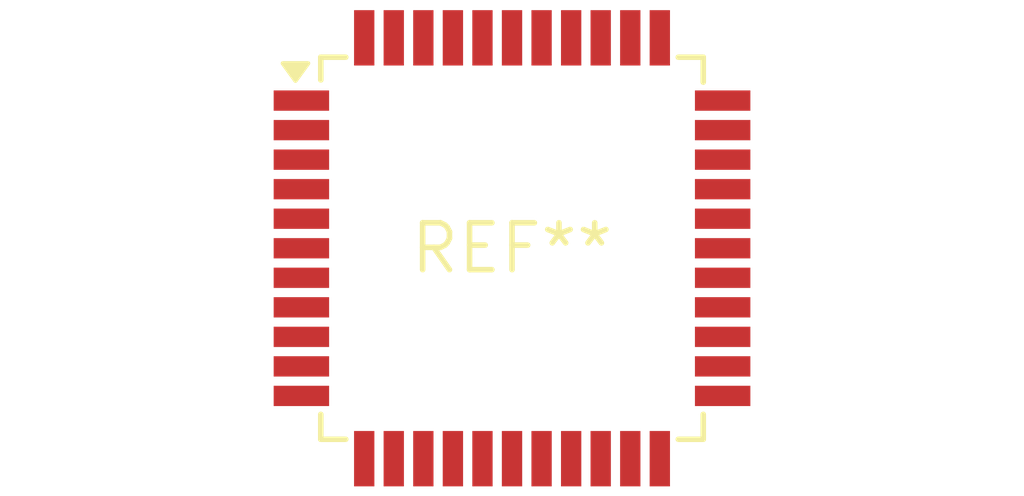
<source format=kicad_pcb>
(kicad_pcb (version 20240108) (generator pcbnew)
  (layers (0 "F.Cu" signal) (31 "B.Cu" signal) (34 "B.Paste" user) (35 "F.Paste" user) (36 "B.SilkS" user "B.Silkscreen") (37 "F.SilkS" user "F.Silkscreen") (38 "B.Mask" user) (39 "F.Mask" user) (44 "Edge.Cuts" user))
  (net 0 "")
  (footprint "TQFP-44_10x10mm_P0.8mm" (layer "F.Cu") (at 0 0)
    (property "Reference" "REF**")
    (property "Value" "TQFP-44_10x10mm_P0.8mm")
    (fp_line (start -5.175 -5.175) (end -5.175 -4.56) (layer "F.SilkS") (stroke (width 0.15)))
    (fp_line (start -5.175 -5.175) (end -4.5 -5.175) (layer "F.SilkS") (stroke (width 0.15)))
    (fp_line (start -5.175 5.175) (end -5.175 4.5) (layer "F.SilkS") (stroke (width 0.15)))
    (fp_line (start -5.175 5.175) (end -4.5 5.175) (layer "F.SilkS") (stroke (width 0.15)))
    (fp_line (start 5.175 -5.175) (end 4.5 -5.175) (layer "F.SilkS") (stroke (width 0.15)))
    (fp_line (start 5.175 -5.175) (end 5.175 -4.5) (layer "F.SilkS") (stroke (width 0.15)))
    (fp_line (start 5.175 5.175) (end 4.5 5.175) (layer "F.SilkS") (stroke (width 0.15)))
    (fp_line (start 5.175 5.175) (end 5.175 4.5) (layer "F.SilkS") (stroke (width 0.15)))
    (fp_poly (pts (xy -5.86 -4.54) (xy -6.2 -5.01) (xy -5.52 -5.01) (xy -5.86 -4.54)) (layer "F.SilkS") (stroke (width 0.12)) (fill solid))
    (pad "1" smd rect (at -5.7 -4) (size 1.5 0.55) (layers "F.Cu" "F.Paste" "F.Mask"))
    (pad "2" smd rect (at -5.7 -3.2) (size 1.5 0.55) (layers "F.Cu" "F.Paste" "F.Mask"))
    (pad "3" smd rect (at -5.7 -2.4) (size 1.5 0.55) (layers "F.Cu" "F.Paste" "F.Mask"))
    (pad "4" smd rect (at -5.7 -1.6) (size 1.5 0.55) (layers "F.Cu" "F.Paste" "F.Mask"))
    (pad "5" smd rect (at -5.7 -0.8) (size 1.5 0.55) (layers "F.Cu" "F.Paste" "F.Mask"))
    (pad "6" smd rect (at -5.7 0) (size 1.5 0.55) (layers "F.Cu" "F.Paste" "F.Mask"))
    (pad "7" smd rect (at -5.7 0.8) (size 1.5 0.55) (layers "F.Cu" "F.Paste" "F.Mask"))
    (pad "8" smd rect (at -5.7 1.6) (size 1.5 0.55) (layers "F.Cu" "F.Paste" "F.Mask"))
    (pad "9" smd rect (at -5.7 2.4) (size 1.5 0.55) (layers "F.Cu" "F.Paste" "F.Mask"))
    (pad "10" smd rect (at -5.7 3.2) (size 1.5 0.55) (layers "F.Cu" "F.Paste" "F.Mask"))
    (pad "11" smd rect (at -5.7 4) (size 1.5 0.55) (layers "F.Cu" "F.Paste" "F.Mask"))
    (pad "12" smd rect (at -4 5.7 90) (size 1.5 0.55) (layers "F.Cu" "F.Paste" "F.Mask"))
    (pad "13" smd rect (at -3.2 5.7 90) (size 1.5 0.55) (layers "F.Cu" "F.Paste" "F.Mask"))
    (pad "14" smd rect (at -2.4 5.7 90) (size 1.5 0.55) (layers "F.Cu" "F.Paste" "F.Mask"))
    (pad "15" smd rect (at -1.6 5.7 90) (size 1.5 0.55) (layers "F.Cu" "F.Paste" "F.Mask"))
    (pad "16" smd rect (at -0.8 5.7 90) (size 1.5 0.55) (layers "F.Cu" "F.Paste" "F.Mask"))
    (pad "17" smd rect (at 0 5.7 90) (size 1.5 0.55) (layers "F.Cu" "F.Paste" "F.Mask"))
    (pad "18" smd rect (at 0.8 5.7 90) (size 1.5 0.55) (layers "F.Cu" "F.Paste" "F.Mask"))
    (pad "19" smd rect (at 1.6 5.7 90) (size 1.5 0.55) (layers "F.Cu" "F.Paste" "F.Mask"))
    (pad "20" smd rect (at 2.4 5.7 90) (size 1.5 0.55) (layers "F.Cu" "F.Paste" "F.Mask"))
    (pad "21" smd rect (at 3.2 5.7 90) (size 1.5 0.55) (layers "F.Cu" "F.Paste" "F.Mask"))
    (pad "22" smd rect (at 4 5.7 90) (size 1.5 0.55) (layers "F.Cu" "F.Paste" "F.Mask"))
    (pad "23" smd rect (at 5.7 4) (size 1.5 0.55) (layers "F.Cu" "F.Paste" "F.Mask"))
    (pad "24" smd rect (at 5.7 3.2) (size 1.5 0.55) (layers "F.Cu" "F.Paste" "F.Mask"))
    (pad "25" smd rect (at 5.7 2.4) (size 1.5 0.55) (layers "F.Cu" "F.Paste" "F.Mask"))
    (pad "26" smd rect (at 5.7 1.6) (size 1.5 0.55) (layers "F.Cu" "F.Paste" "F.Mask"))
    (pad "27" smd rect (at 5.7 0.8) (size 1.5 0.55) (layers "F.Cu" "F.Paste" "F.Mask"))
    (pad "28" smd rect (at 5.7 0) (size 1.5 0.55) (layers "F.Cu" "F.Paste" "F.Mask"))
    (pad "29" smd rect (at 5.7 -0.8) (size 1.5 0.55) (layers "F.Cu" "F.Paste" "F.Mask"))
    (pad "30" smd rect (at 5.7 -1.6) (size 1.5 0.55) (layers "F.Cu" "F.Paste" "F.Mask"))
    (pad "31" smd rect (at 5.7 -2.4) (size 1.5 0.55) (layers "F.Cu" "F.Paste" "F.Mask"))
    (pad "32" smd rect (at 5.7 -3.2) (size 1.5 0.55) (layers "F.Cu" "F.Paste" "F.Mask"))
    (pad "33" smd rect (at 5.7 -4) (size 1.5 0.55) (layers "F.Cu" "F.Paste" "F.Mask"))
    (pad "34" smd rect (at 4 -5.7 90) (size 1.5 0.55) (layers "F.Cu" "F.Paste" "F.Mask"))
    (pad "35" smd rect (at 3.2 -5.7 90) (size 1.5 0.55) (layers "F.Cu" "F.Paste" "F.Mask"))
    (pad "36" smd rect (at 2.4 -5.7 90) (size 1.5 0.55) (layers "F.Cu" "F.Paste" "F.Mask"))
    (pad "37" smd rect (at 1.6 -5.7 90) (size 1.5 0.55) (layers "F.Cu" "F.Paste" "F.Mask"))
    (pad "38" smd rect (at 0.8 -5.7 90) (size 1.5 0.55) (layers "F.Cu" "F.Paste" "F.Mask"))
    (pad "39" smd rect (at 0 -5.7 90) (size 1.5 0.55) (layers "F.Cu" "F.Paste" "F.Mask"))
    (pad "40" smd rect (at -0.8 -5.7 90) (size 1.5 0.55) (layers "F.Cu" "F.Paste" "F.Mask"))
    (pad "41" smd rect (at -1.6 -5.7 90) (size 1.5 0.55) (layers "F.Cu" "F.Paste" "F.Mask"))
    (pad "42" smd rect (at -2.4 -5.7 90) (size 1.5 0.55) (layers "F.Cu" "F.Paste" "F.Mask"))
    (pad "43" smd rect (at -3.2 -5.7 90) (size 1.5 0.55) (layers "F.Cu" "F.Paste" "F.Mask"))
    (pad "44" smd rect (at -4 -5.7 90) (size 1.5 0.55) (layers "F.Cu" "F.Paste" "F.Mask"))
  )
)
</source>
